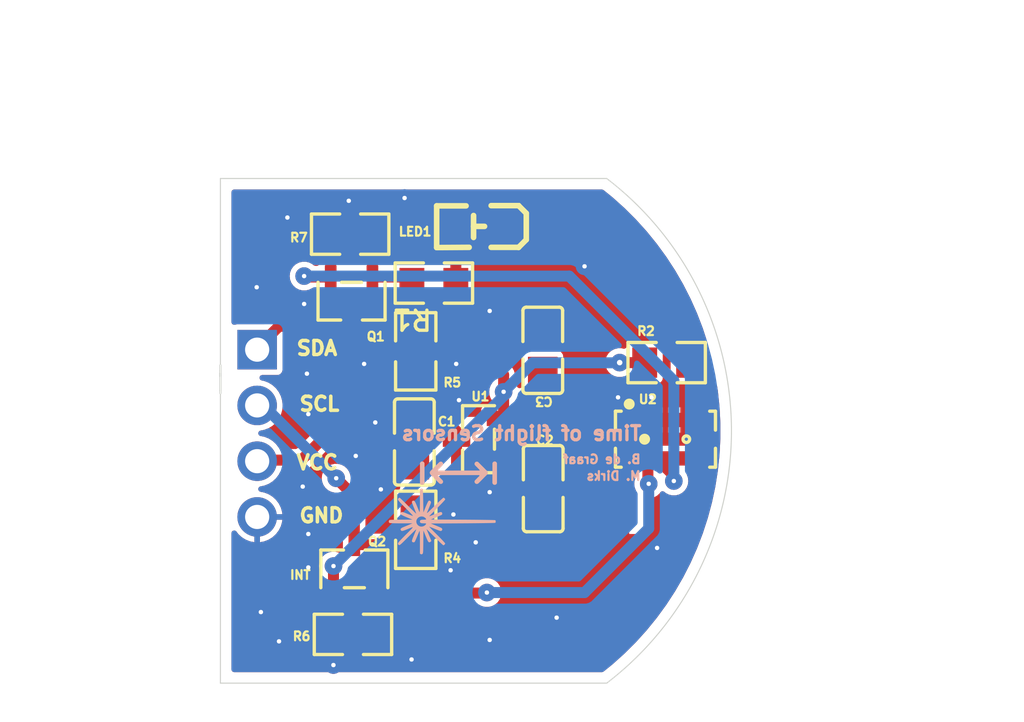
<source format=kicad_pcb>
(kicad_pcb (version 20240108) (generator "pcbnew") (generator_version "8.0")
  (layers (0 "F.Cu" signal "TopLayer") (31 "B.Cu" signal "BottomLayer") (34 "B.Paste" user "BottomPasteMaskLayer") (35 "F.Paste" user "TopPasteMaskLayer") (36 "B.SilkS" user "BottomSilkLayer") (37 "F.SilkS" user "TopSilkLayer") (38 "B.Mask" user "BottomSolderMaskLayer") (39 "F.Mask" user "TopSolderMaskLayer") (44 "Edge.Cuts" user "BoardOutLine"))
  (net 0 "")
  (net 1 "GND")
  (net 2 "SDA")
  (net 3 "SCL")
  (net 4 "VCC")
  (net 5 "SDA_OUT")
  (net 6 "SCL_OUT")
  (net 7 "+2.8V")
  (net 8 "U2_7")
  (net 9 "LED1_2")
  (net 10 "U2_5")
  (footprint "Time Of Fly sensor_8effac6b735949c9915e0ee4a2c35679:C0805" (layer "F.Cu") (at 119.1 107.31 90)
    (property "Reference" "C2")
    (property "Value" "1uF" (hide yes))
  )
  (footprint "Time Of Fly sensor_8effac6b735949c9915e0ee4a2c35679:R0805" (layer "F.Cu") (at 113.298 101.058 -90)
    (property "Reference" "R5")
    (property "Value" "10kΩ" (hide yes))
  )
  (footprint "Time Of Fly sensor_8effac6b735949c9915e0ee4a2c35679:R0805" (layer "F.Cu") (at 110.3135 95.7189)
    (property "Reference" "R7")
    (property "Value" "1.8kΩ" (hide yes))
  )
  (footprint "Time Of Fly sensor_8effac6b735949c9915e0ee4a2c35679:R0805" (layer "F.Cu") (at 124.72 101.57)
    (property "Reference" "R2")
    (property "Value" "10kΩ" (hide yes))
  )
  (footprint "Time Of Fly sensor_8effac6b735949c9915e0ee4a2c35679:C0805" (layer "F.Cu") (at 119.08 101.01 90)
    (property "Reference" "C3")
    (property "Value" "100nF" (hide yes))
  )
  (footprint "Time Of Fly sensor_8effac6b735949c9915e0ee4a2c35679:SOT-23-3_L3.0-W1.7-P0.95-LS2.9-BR" (layer "F.Cu") (at 110.377 98.772 90)
    (property "Reference" "Q1")
    (property "Value" "BSS138K" (hide yes))
  )
  (footprint "BUCKY_TOF:BUCKY_TOF_HEADER" (layer "F.Cu") (at 111.48 103.84 -90)
    (property "Reference" "H1" (hide yes))
    (property "Value" "2.54-1*4P反弯排针" (hide yes))
  )
  (footprint "Time Of Fly sensor_8effac6b735949c9915e0ee4a2c35679:SOT-23-3_L2.9-W1.3-P1.90-LS2.4-BR" (layer "F.Cu") (at 116.1555 105.0585)
    (property "Reference" "U1")
    (property "Value" "SSP6206-28NR" (hide yes))
  )
  (footprint "Time Of Fly sensor_8effac6b735949c9915e0ee4a2c35679:R0805" (layer "F.Cu") (at 114.1235 97.9465 180)
    (property "Reference" "R1")
    (property "Value" "220Ω" (hide yes))
  )
  (footprint "Time Of Fly sensor_8effac6b735949c9915e0ee4a2c35679:LED0805-RD_RED" (layer "F.Cu") (at 116.23 95.37 180)
    (property "Reference" "LED1")
    (property "Value" "FC-2012HRK-620D" (hide yes))
  )
  (footprint "Time Of Fly sensor_8effac6b735949c9915e0ee4a2c35679:C0805" (layer "F.Cu") (at 113.2345 105.1855 90)
    (property "Reference" "C1")
    (property "Value" "1uF" (hide yes))
  )
  (footprint "Time Of Fly sensor_8effac6b735949c9915e0ee4a2c35679:SOT-23-3_L3.0-W1.7-P0.95-LS2.9-BR" (layer "F.Cu") (at 110.504 110.964 -90)
    (property "Reference" "Q2")
    (property "Value" "BSS138K" (hide yes))
  )
  (footprint "Time Of Fly sensor_8effac6b735949c9915e0ee4a2c35679:OPTO-SMD_12P_VL53L0CXV0DH-1" (layer "F.Cu") (at 124.6645 105.0585 180)
    (property "Reference" "U2")
    (property "Value" "VL53L0CXV0DH/1" (hide yes))
  )
  (footprint "Time Of Fly sensor_8effac6b735949c9915e0ee4a2c35679:R0805" (layer "F.Cu") (at 110.4405 113.9485 180)
    (property "Reference" "R6")
    (property "Value" "1.8kΩ" (hide yes))
  )
  (footprint "Time Of Fly sensor_8effac6b735949c9915e0ee4a2c35679:R0805" (layer "F.Cu") (at 113.298 109.186 90)
    (property "Reference" "R4")
    (property "Value" "10kΩ" (hide yes))
  )
  (gr_poly (pts (xy 113.574577 107.309101) (xy 113.58381 107.31191) (xy 113.588667 107.314037) (xy 113.593773 107.316645) (xy 113.599195 107.319733) (xy 113.605 107.3233) (xy 113.608774 107.32671) (xy 113.612201 107.332232) (xy 113.615308 107.340286) (xy 113.61812 107.351291) (xy 113.620663 107.365668) (xy 113.622963 107.383836) (xy 113.625045 107.406215) (xy 113.626937 107.433225) (xy 113.628663 107.465286) (xy 113.63025 107.502818) (xy 113.631724 107.54624) (xy 113.63311 107.595972) (xy 113.634435 107.652435) (xy 113.635724 107.716047) (xy 113.637004 107.787229) (xy 113.6383 107.8664) (xy 113.6467 108.3937) (xy 113.7522 108.1349) (xy 113.763089 108.108494) (xy 113.773926 108.08273) (xy 113.784644 108.057745) (xy 113.795176 108.033677) (xy 113.805455 108.010665) (xy 113.815416 107.988846) (xy 113.82499 107.968357) (xy 113.834112 107.949338) (xy 113.842715 107.931925) (xy 113.850732 107.916257) (xy 113.858096 107.902471) (xy 113.864742 107.890705) (xy 113.870601 107.881097) (xy 113.875609 107.873785) (xy 113.879697 107.868907) (xy 113.8828 107.8666) (xy 113.891153 107.863599) (xy 113.899059 107.861199) (xy 113.906548 107.85941) (xy 113.91365 107.858243) (xy 113.920395 107.857705) (xy 113.926815 107.857806) (xy 113.93294 107.858556) (xy 113.9388 107.859963) (xy 113.944425 107.862037) (xy 113.949846 107.864787) (xy 113.955094 107.868222) (xy 113.9602 107.872352) (xy 113.965192 107.877186) (xy 113.970103 107.882732) (xy 113.974962 107.889001) (xy 113.9798 107.896) (xy 113.984542 107.903273) (xy 113.988473 107.910124) (xy 113.991333 107.917333) (xy 113.992864 107.92568) (xy 113.992805 107.935947) (xy 113.9909 107.948912) (xy 113.986889 107.965358) (xy 113.980512 107.986063) (xy 113.971512 108.011808) (xy 113.959629 108.043375) (xy 113.944604 108.081541) (xy 113.926179 108.12709) (xy 113.904095 108.180799) (xy 113.878093 108.243451) (xy 113.847914 108.315824) (xy 113.8133 108.3987) (xy 113.809906 108.407891) (xy 113.808634 108.414385) (xy 113.813492 108.418374) (xy 113.820139 108.415412) (xy 113.829944 108.408841) (xy 113.843166 108.398434) (xy 113.860062 108.383963) (xy 113.880892 108.365199) (xy 113.905916 108.341914) (xy 113.935391 108.313881) (xy 113.969576 108.280871) (xy 114.008731 108.242656) (xy 114.053114 108.199008) (xy 114.102984 108.149699) (xy 114.1586 108.0945) (xy 114.196746 108.056717) (xy 114.234099 108.019993) (xy 114.270454 107.984519) (xy 114.305604 107.950485) (xy 114.339345 107.918081) (xy 114.371472 107.887497) (xy 114.40178 107.858923) (xy 114.430062 107.83255) (xy 114.456114 107.808568) (xy 114.479731 107.787167) (xy 114.500708 107.768536) (xy 114.518839 107.752866) (xy 114.533918 107.740348) (xy 114.545742 107.73117) (xy 114.554104 107.725525) (xy 114.5588 107.7236) (xy 114.565526 107.724112) (xy 114.572379 107.725595) (xy 114.579282 107.72797) (xy 114.586156 107.731158) (xy 114.592925 107.735081) (xy 114.59951 107.739658) (xy 114.605836 107.744812) (xy 114.611825 107.750463) (xy 114.617398 107.756532) (xy 114.622479 107.762941) (xy 114.626991 107.769611) (xy 114.630856 107.776461) (xy 114.633996 107.783415) (xy 114.636335 107.790392) (xy 114.637796 107.797313) (xy 114.6383 107.8041) (xy 114.636401 107.808868) (xy 114.630829 107.817224) (xy 114.621773 107.828966) (xy 114.60942 107.843893) (xy 114.593957 107.861803) (xy 114.575572 107.882494) (xy 114.554453 107.905764) (xy 114.530787 107.931413) (xy 114.504762 107.959238) (xy 114.476566 107.989037) (xy 114.446386 108.020609) (xy 114.41441 108.053752) (xy 114.380826 108.088264) (xy 114.345821 108.123944) (xy 114.309583 108.16059) (xy 114.2723 108.198) (xy 114.235042 108.235293) (xy 114.198883 108.271594) (xy 114.164005 108.306712) (xy 114.130595 108.340458) (xy 114.098838 108.372642) (xy 114.068919 108.403072) (xy 114.041023 108.431559) (xy 114.015337 108.457913) (xy 113.992045 108.481943) (xy 113.971332 108.503459) (xy 113.953384 108.52227) (xy 113.938385 108.538186) (xy 113.926523 108.551018) (xy 113.917981 108.560575) (xy 113.912944 108.566665) (xy 113.9116 108.5691) (xy 113.917554 108.568111) (xy 113.923993 108.566131) (xy 113.932573 108.563227) (xy 113.943168 108.559447) (xy 113.955652 108.554839) (xy 113.9699 108.549454) (xy 113.985787 108.543338) (xy 114.003187 108.536542) (xy 114.021974 108.529113) (xy 114.042022 108.521101) (xy 114.063207 108.512555) (xy 114.085403 108.503523) (xy 114.108484 108.494054) (xy 114.132325 108.484197) (xy 114.1568 108.474) (xy 114.200795 108.455697) (xy 114.240378 108.439481) (xy 114.275823 108.425282) (xy 114.307404 108.413035) (xy 114.335397 108.402671) (xy 114.360075 108.394122) (xy 114.381713 108.387321) (xy 114.400587 108.3822) (xy 114.41697 108.378692) (xy 114.431138 108.376729) (xy 114.443365 108.376243) (xy 114.453926 108.377166) (xy 114.463095 108.379431) (xy 114.471147 108.38297) (xy 114.478357 108.387716) (xy 114.485 108.3936) (xy 114.489582 108.398915) (xy 114.493541 108.404956) (xy 114.49688 108.411611) (xy 114.499598 108.418766) (xy 114.501697 108.426306) (xy 114.503177 108.434118) (xy 114.50404 108.442087) (xy 114.504287 108.4501) (xy 114.503919 108.458043) (xy 114.502936 108.465802) (xy 114.50134 108.473262) (xy 114.499132 108.48031) (xy 114.496313 108.486832) (xy 114.492884 108.492713) (xy 114.488846 108.497841) (xy 114.4842 108.5021) (xy 114.475137 108.507324) (xy 114.467243 108.511291) (xy 114.457284 108.516083) (xy 114.445392 108.521643) (xy 114.431701 108.52791) (xy 114.416342 108.534828) (xy 114.39945 108.542338) (xy 114.381155 108.550381) (xy 114.361592 108.558898) (xy 114.340893 108.567832) (xy 114.31919 108.577124) (xy 114.296617 108.586715) (xy 114.273305 108.596547) (xy 114.249389 108.606562) (xy 114.225 108.6167) (xy 113.9867 108.7153) (xy 115.4417 108.7236) (xy 115.590016 108.724522) (xy 115.734386 108.725555) (xy 115.874053 108.726687) (xy 116.00826 108.727908) (xy 116.136252 108.729208) (xy 116.25727 108.730574) (xy 116.370559 108.731996) (xy 116.475362 108.733463) (xy 116.570922 108.734964) (xy 116.656484 108.736488) (xy 116.731289 108.738024) (xy 116.794582 108.739561) (xy 116.845607 108.741089) (xy 116.883605 108.742595) (xy 116.907822 108.744069) (xy 116.9175 108.7455) (xy 116.921695 108.749185) (xy 116.925601 108.754519) (xy 116.929134 108.76125) (xy 116.932212 108.769125) (xy 116.93475 108.777891) (xy 116.936667 108.787294) (xy 116.937877 108.797082) (xy 116.9383 108.807) (xy 116.937877 108.816919) (xy 116.936667 108.826707) (xy 116.93475 108.83611) (xy 116.932212 108.844875) (xy 116.929134 108.85275) (xy 116.925601 108.859482) (xy 116.921695 108.864816) (xy 116.9175 108.8685) (xy 116.907815 108.869914) (xy 116.883578 108.871373) (xy 116.845547 108.872866) (xy 116.794478 108.874382) (xy 116.731129 108.875909) (xy 116.656257 108.877437) (xy 116.57062 108.878955) (xy 116.474975 108.88045) (xy 116.370078 108.881913) (xy 116.256689 108.883333) (xy 116.135563 108.884696) (xy 116.007459 108.885994) (xy 115.873133 108.887215) (xy 115.733343 108.888347) (xy 115.588846 108.889379) (xy 115.4404 108.8903) (xy 113.9841 108.8986) (xy 114.207 108.9886) (xy 114.229919 108.99787) (xy 114.252576 109.007114) (xy 114.274838 109.016275) (xy 114.29657 109.025294) (xy 114.317639 109.034115) (xy 114.337913 109.042678) (xy 114.357256 109.050926) (xy 114.375537 109.0588) (xy 114.392621 109.066244) (xy 114.408375 109.073198) (xy 114.422666 109.079605) (xy 114.43536 109.085407) (xy 114.446324 109.090545) (xy 114.455424 109.094962) (xy 114.462527 109.0986) (xy 114.4675 109.1014) (xy 114.478789 109.109618) (xy 114.487985 109.118968) (xy 114.495148 109.129221) (xy 114.500339 109.140147) (xy 114.503617 109.151518) (xy 114.505045 109.163103) (xy 114.504681 109.174674) (xy 114.502587 109.186) (xy 114.498823 109.196854) (xy 114.49345 109.207004) (xy 114.486527 109.216222) (xy 114.478117 109.224279) (xy 114.468278 109.230944) (xy 114.457072 109.235989) (xy 114.444559 109.239184) (xy 114.4308 109.2403) (xy 114.419038 109.23825) (xy 114.409835 109.235765) (xy 114.398604 109.232375) (xy 114.385486 109.228133) (xy 114.370621 109.223088) (xy 114.354149 109.217293) (xy 114.336212 109.2108) (xy 114.316949 109.203661) (xy 114.296502 109.195925) (xy 114.27501 109.187647) (xy 114.252614 109.178875) (xy 114.229454 109.169664) (xy 114.205672 109.160063) (xy 114.181407 109.150125) (xy 114.1568 109.1399) (xy 114.132324 109.129705) (xy 114.10848 109.119851) (xy 114.085393 109.110388) (xy 114.06319 109.101363) (xy 114.041996 109.092826) (xy 114.021937 109.084825) (xy 114.003138 109.077408) (xy 113.985725 109.070625) (xy 113.969823 109.064525) (xy 113.955559 109.059154) (xy 113.943058 109.054563) (xy 113.932446 109.0508) (xy 113.923849 109.047914) (xy 113.917391 109.045953) (xy 113.9114 109.045) (xy 113.917809 109.053523) (xy 113.92636 109.063048) (xy 113.938229 109.07583) (xy 113.953231 109.09168) (xy 113.971181 109.110407) (xy 113.991895 109.131823) (xy 114.015187 109.155738) (xy 114.040874 109.181963) (xy 114.06877 109.210308) (xy 114.09869 109.240584) (xy 114.130451 109.272602) (xy 114.163867 109.306172) (xy 114.198754 109.341105) (xy 114.234926 109.377211) (xy 114.2722 109.4143) (xy 114.309501 109.45151) (xy 114.345754 109.487968) (xy 114.380773 109.523472) (xy 114.414368 109.557821) (xy 114.446354 109.590813) (xy 114.476542 109.622248) (xy 114.504744 109.651923) (xy 114.530775 109.679638) (xy 114.554444 109.705191) (xy 114.575567 109.72838) (xy 114.593954 109.749004) (xy 114.609418 109.766861) (xy 114.621773 109.781751) (xy 114.630829 109.793472) (xy 114.636401 109.801822) (xy 114.6383 109.8066) (xy 114.637723 109.813012) (xy 114.63606 109.819729) (xy 114.633411 109.826653) (xy 114.629875 109.833685) (xy 114.62555 109.840725) (xy 114.620539 109.847674) (xy 114.614938 109.854432) (xy 114.60885 109.8609) (xy 114.602372 109.86698) (xy 114.595604 109.872571) (xy 114.588647 109.877575) (xy 114.5816 109.881891) (xy 114.574561 109.885421) (xy 114.567632 109.888066) (xy 114.560912 109.889725) (xy 114.5545 109.8903) (xy 114.542334 109.882731) (xy 114.530947 109.873554) (xy 114.516293 109.861036) (xy 114.498577 109.845368) (xy 114.478 109.82674) (xy 114.454765 109.805341) (xy 114.429075 109.781363) (xy 114.401132 109.754995) (xy 114.37114 109.726428) (xy 114.339301 109.695853) (xy 114.305818 109.663458) (xy 114.270894 109.629436) (xy 114.234731 109.593975) (xy 114.197532 109.557266) (xy 114.1595 109.5195) (xy 113.7873 109.1486) (xy 113.8989 109.4204) (xy 114.0105 109.6922) (xy 113.976 109.7268) (xy 113.97148 109.731124) (xy 113.96699 109.73506) (xy 113.962519 109.738611) (xy 113.958056 109.74178) (xy 113.95359 109.744572) (xy 113.949112 109.746989) (xy 113.940075 109.750713) (xy 113.930859 109.752979) (xy 113.921381 109.753815) (xy 113.911556 109.753246) (xy 113.906487 109.752444) (xy 113.9013 109.7513) (xy 113.895079 109.749259) (xy 113.888982 109.746184) (xy 113.882895 109.741869) (xy 113.876707 109.73611) (xy 113.870307 109.728699) (xy 113.863582 109.719431) (xy 113.856421 109.7081) (xy 113.848712 109.6945) (xy 113.840343 109.678426) (xy 113.831203 109.65967) (xy 113.821179 109.638027) (xy 113.81016 109.613291) (xy 113.798035 109.585257) (xy 113.784691 109.553717) (xy 113.770016 109.518467) (xy 113.7539 109.4793) (xy 113.6467 109.2174) (xy 113.6423 109.7348) (xy 113.641532 109.82178) (xy 113.640774 109.898525) (xy 113.639978 109.965723) (xy 113.639096 110.024057) (xy 113.638082 110.074214) (xy 113.636889 110.116879) (xy 113.635469 110.152737) (xy 113.633775 110.182475) (xy 113.631759 110.206778) (xy 113.629376 110.226332) (xy 113.626577 110.241821) (xy 113.623315 110.253932) (xy 113.619544 110.26335) (xy 113.615216 110.27076) (xy 113.610283 110.276848) (xy 113.6047 110.2823) (xy 113.599722 110.286667) (xy 113.59503 110.290509) (xy 113.59057 110.293833) (xy 113.586292 110.296647) (xy 113.578067 110.300775) (xy 113.569937 110.30295) (xy 113.561484 110.303232) (xy 113.552289 110.301679) (xy 113.547282 110.300232) (xy 113.541933 110.298349) (xy 113.53619 110.296036) (xy 113.53 110.2933) (xy 113.4883 110.2744) (xy 113.4883 109.7457) (xy 113.488227 109.690964) (xy 113.488013 109.63814) (xy 113.487665 109.587466) (xy 113.48719 109.53918) (xy 113.486594 109.493521) (xy 113.485884 109.450727) (xy 113.485067 109.411037) (xy 113.48415 109.374688) (xy 113.483138 109.341919) (xy 113.48204 109.312969) (xy 113.480861 109.288076) (xy 113.479609 109.267477) (xy 113.47829 109.251412) (xy 113.476911 109.240119) (xy 113.475478 109.233835) (xy 113.474 109.2328) (xy 113.469162 109.24074) (xy 113.465423 109.248026) (xy 113.460878 109.257352) (xy 113.455584 109.268592) (xy 113.449598 109.281617) (xy 113.442976 109.2963) (xy 113.435775 109.312513) (xy 113.428051 109.330129) (xy 113.419861 109.34902) (xy 113.411261 109.369059) (xy 113.402309 109.390118) (xy 113.39306 109.412069) (xy 113.383571 109.434785) (xy 113.373899 109.458138) (xy 113.3641 109.482) (xy 113.354269 109.505872) (xy 113.344541 109.529287) (xy 113.334972 109.552116) (xy 113.325621 109.574227) (xy 113.316546 109.59549) (xy 113.307804 109.615775) (xy 113.299452 109.634951) (xy 113.29155 109.652888) (xy 113.284153 109.669455) (xy 113.27732 109.684521) (xy 113.271109 109.697956) (xy 113.265578 109.70963) (xy 113.260783 109.719412) (xy 113.256783 109.727171) (xy 113.253636 109.732778) (xy 113.2514 109.7361) (xy 113.246862 109.740764) (xy 113.241497 109.744818) (xy 113.235417 109.748261) (xy 113.228732 109.751091) (xy 113.221553 109.753309) (xy 113.213991 109.754913) (xy 113.206157 109.755902) (xy 113.198162 109.756275) (xy 113.190116 109.756033) (xy 113.182131 109.755173) (xy 113.174317 109.753695) (xy 113.166785 109.751597) (xy 113.159647 109.74888) (xy 113.153013 109.745542) (xy 113.146993 109.741583) (xy 113.1417 109.737) (xy 113.135967 109.730667) (xy 113.131307 109.723947) (xy 113.127796 109.716534) (xy 113.125512 109.708118) (xy 113.124531 109.698391) (xy 113.12493 109.687045) (xy 113.126786 109.673772) (xy 113.130175 109.658263) (xy 113.135174 109.64021) (xy 113.14186 109.619304) (xy 113.150309 109.595238) (xy 113.1606 109.567702) (xy 113.172807 109.536389) (xy 113.187008 109.50099) (xy 113.20328 109.461196) (xy 113.2217 109.4167) (xy 113.231886 109.392126) (xy 113.241787 109.368101) (xy 113.251352 109.344756) (xy 113.260528 109.322222) (xy 113.269264 109.300629) (xy 113.27751 109.280108) (xy 113.285214 109.260788) (xy 113.292325 109.2428) (xy 113.298791 109.226275) (xy 113.304561 109.211343) (xy 113.309584 109.198134) (xy 113.313809 109.186779) (xy 113.317184 109.177407) (xy 113.319658 109.17015) (xy 113.321181 109.165138) (xy 113.3217 109.1625) (xy 113.314062 109.16742) (xy 113.304803 109.175375) (xy 113.292173 109.186747) (xy 113.276364 109.201353) (xy 113.257569 109.219007) (xy 113.235979 109.239526) (xy 113.211787 109.262725) (xy 113.185184 109.288421) (xy 113.156363 109.316428) (xy 113.125515 109.346563) (xy 113.092832 109.378641) (xy 113.058508 109.412478) (xy 113.022733 109.44789) (xy 112.985699 109.484692) (xy 112.9476 109.5227) (xy 112.883963 109.586262) (xy 112.827877 109.642141) (xy 112.778799 109.690802) (xy 112.736184 109.732707) (xy 112.699488 109.768319) (xy 112.668167 109.7981) (xy 112.641677 109.822515) (xy 112.619475 109.842025) (xy 112.601015 109.857094) (xy 112.585754 109.868185) (xy 112.573148 109.87576) (xy 112.562653 109.880282) (xy 112.553724 109.882214) (xy 112.545819 109.882019) (xy 112.538392 109.88016) (xy 112.5309 109.8771) (xy 112.525362 109.874424) (xy 112.520255 109.871633) (xy 112.515568 109.868711) (xy 112.511292 109.865644) (xy 112.507415 109.862415) (xy 112.500823 109.855409) (xy 112.495711 109.847567) (xy 112.491996 109.838761) (xy 112.4896 109.828865) (xy 112.488871 109.823468) (xy 112.488441 109.817752) (xy 112.4883 109.8117) (xy 112.489108 109.804143) (xy 112.491694 109.795462) (xy 112.496302 109.785383) (xy 112.503175 109.77363) (xy 112.512555 109.759929) (xy 112.524686 109.744005) (xy 112.539812 109.725583) (xy 112.558175 109.704388) (xy 112.580018 109.680145) (xy 112.605585 109.652578) (xy 112.635118 109.621414) (xy 112.668862 109.586377) (xy 112.707059 109.547192) (xy 112.749952 109.503584) (xy 112.797784 109.455279) (xy 112.8508 109.402) (xy 112.922351 109.330408) (xy 112.984346 109.268488) (xy 113.036844 109.215802) (xy 113.079904 109.171913) (xy 113.113586 109.136381) (xy 113.13795 109.108769) (xy 113.153056 109.088638) (xy 113.158962 109.07555) (xy 113.155729 109.069067) (xy 113.143416 109.06875) (xy 113.122082 109.074162) (xy 113.091789 109.084863) (xy 113.052594 109.100416) (xy 113.004558 109.120382) (xy 112.94774 109.144323) (xy 112.8822 109.1718) (xy 112.849023 109.185451) (xy 112.81887 109.197466) (xy 112.791576 109.207868) (xy 112.766973 109.216679) (xy 112.744896 109.22392) (xy 112.725179 109.229615) (xy 112.707657 109.233784) (xy 112.692162 109.23645) (xy 112.678529 109.237635) (xy 112.666593 109.237361) (xy 112.656187 109.235649) (xy 112.647145 109.232522) (xy 112.639301 109.228002) (xy 112.63249 109.22211) (xy 112.626544 109.214869) (xy 112.6213 109.2063) (xy 112.61596 109.195275) (xy 112.612092 109.184805) (xy 112.609749 109.174824) (xy 112.608987 109.165268) (xy 112.609861 109.156069) (xy 112.612426 109.147162) (xy 112.616737 109.138482) (xy 112.62285 109.129963) (xy 112.630818 109.121539) (xy 112.640698 109.113143) (xy 112.652544 109.104711) (xy 112.666412 109.096177) (xy 112.682356 109.087475) (xy 112.700432 109.078538) (xy 112.720695 109.069302) (xy 112.7432 109.0597) (xy 112.756177 109.054319) (xy 112.770232 109.048487) (xy 112.78523 109.04226) (xy 112.801037 109.035694) (xy 112.817519 109.028845) (xy 112.834542 109.021767) (xy 112.851972 109.014517) (xy 112.869675 109.00715) (xy 112.887515 108.999723) (xy 112.90536 108.99229) (xy 112.923074 108.984908) (xy 112.940525 108.977632) (xy 112.957576 108.970517) (xy 112.974096 108.96362) (xy 112.989948 108.956996) (xy 113.005 108.9507) (xy 113.1467 108.8915) (xy 112.6414 108.8909) (xy 112.583624 108.890752) (xy 112.528603 108.89046) (xy 112.476436 108.890026) (xy 112.427225 108.889455) (xy 112.381069 108.88875) (xy 112.338071 108.887914) (xy 112.298331 108.886951) (xy 112.26195 108.885863) (xy 112.229027 108.884655) (xy 112.199665 108.883329) (xy 112.173964 108.88189) (xy 112.152025 108.88034) (xy 112.133948 108.878682) (xy 112.119834 108.876921) (xy 112.109784 108.875059) (xy 112.1039 108.8731) (xy 112.096601 108.868353) (xy 112.090178 108.862477) (xy 112.084658 108.855535) (xy 112.080075 108.847588) (xy 112.076456 108.838699) (xy 112.073834 108.82893) (xy 112.072906 108.823735) (xy 112.072238 108.818343) (xy 112.071835 108.812762) (xy 112.0717 108.807) (xy 112.071715 108.806358) (xy 113.324295 108.806358) (xy 113.326701 108.842024) (xy 113.335444 108.877776) (xy 113.350939 108.913054) (xy 113.3736 108.9473) (xy 113.387503 108.96361) (xy 113.402315 108.978367) (xy 113.417965 108.991556) (xy 113.434384 109.00316) (xy 113.4515 109.013165) (xy 113.469242 109.021554) (xy 113.487541 109.028313) (xy 113.506325 109.033425) (xy 113.525523 109.036876) (xy 113.545066 109.03865) (xy 113.564883 109.038731) (xy 113.584903 109.037104) (xy 113.605055 109.033752) (xy 113.625269 109.028662) (xy 113.645474 109.021816) (xy 113.6656 109.0132) (xy 113.675575 109.008109) (xy 113.685461 109.002412) (xy 113.695183 108.996189) (xy 113.704664 108.989518) (xy 113.713826 108.982478) (xy 113.722593 108.975149) (xy 113.730889 108.967609) (xy 113.738637 108.959938) (xy 113.74576 108.952214) (xy 113.752183 108.944516) (xy 113.757827 108.936923) (xy 113.762617 108.929515) (xy 113.766476 108.922369) (xy 113.769327 108.915566) (xy 113.771094 108.909183) (xy 113.7717 108.9033) (xy 113.766753 108.899427) (xy 113.758428 108.897095) (xy 113.752926 108.896023) (xy 113.746606 108.895023) (xy 113.739525 108.8941) (xy 113.731737 108.893263) (xy 113.723301 108.892515) (xy 113.714272 108.891865) (xy 113.704706 108.891319) (xy 113.694659 108.890883) (xy 113.684189 108.890564) (xy 113.67335 108.890367) (xy 113.6622 108.8903) (xy 113.637966 108.890077) (xy 113.61591 108.889379) (xy 113.595946 108.888166) (xy 113.57799 108.886397) (xy 113.561957 108.884032) (xy 113.547762 108.88103) (xy 113.535321 108.877349) (xy 113.52455 108.87295) (xy 113.515362 108.867792) (xy 113.507674 108.861834) (xy 113.501401 108.855034) (xy 113.496459 108.847354) (xy 113.492762 108.838751) (xy 113.490226 108.829184) (xy 113.488767 108.818615) (xy 113.4883 108.807) (xy 113.488767 108.795385) (xy 113.490226 108.784812) (xy 113.492762 108.775241) (xy 113.496459 108.766632) (xy 113.501401 108.758943) (xy 113.507674 108.752136) (xy 113.515362 108.746168) (xy 113.52455 108.741) (xy 113.535321 108.736592) (xy 113.547762 108.732903) (xy 113.561957 108.729892) (xy 113.57799 108.727519) (xy 113.595946 108.725744) (xy 113.61591 108.724526) (xy 113.637966 108.723825) (xy 113.6622 108.7236) (xy 113.67335 108.723527) (xy 113.684189 108.72331) (xy 113.694659 108.722957) (xy 113.704706 108.722475) (xy 113.714272 108.721872) (xy 113.723301 108.721154) (xy 113.731737 108.720327) (xy 113.739525 108.7194) (xy 113.746606 108.71838) (xy 113.752926 108.717272) (xy 113.758428 108.716085) (xy 113.766753 108.7135) (xy 113.771131 108.710681) (xy 113.7717 108.7092) (xy 113.770852 108.702172) (xy 113.768397 108.694515) (xy 113.764466 108.686351) (xy 113.759192 108.677799) (xy 113.752705 108.668979) (xy 113.745137 108.660012) (xy 113.736621 108.651016) (xy 113.727287 108.642113) (xy 113.717268 108.633422) (xy 113.706695 108.625063) (xy 113.695699 108.617156) (xy 113.684414 108.609821) (xy 113.672969 108.603178) (xy 113.661497 108.597347) (xy 113.65013 108.592448) (xy 113.639 108.5886) (xy 113.597658 108.579622) (xy 113.557684 108.577439) (xy 113.519493 108.581493) (xy 113.483498 108.591224) (xy 113.450113 108.606073) (xy 113.419753 108.625481) (xy 113.392831 108.648889) (xy 113.369762 108.675738) (xy 113.35096 108.705468) (xy 113.336838 108.737521) (xy 113.327812 108.771338) (xy 113.324295 108.806358) (xy 112.071715 108.806358) (xy 112.071835 108.801237) (xy 112.072238 108.795654) (xy 112.072906 108.790257) (xy 112.073834 108.785057) (xy 112.075019 108.78006) (xy 112.078143 108.770711) (xy 112.082248 108.762276) (xy 112.087303 108.754821) (xy 112.093278 108.748412) (xy 112.100143 108.743113) (xy 112.1039 108.7409) (xy 112.109788 108.738924) (xy 112.119846 108.737047) (xy 112.133973 108.735272) (xy 112.152067 108.733604) (xy 112.174024 108.732044) (xy 112.199744 108.730596) (xy 112.229124 108.729264) (xy 112.262062 108.72805) (xy 112.298456 108.726959) (xy 112.338203 108.725992) (xy 112.381202 108.725154) (xy 112.427351 108.724447) (xy 112.476547 108.723875) (xy 112.528689 108.723442) (xy 112.583674 108.723149) (xy 112.6414 108.723) (xy 113.1467 108.7223) (xy 112.905 108.6223) (xy 112.855912 108.601831) (xy 112.812134 108.583203) (xy 112.773418 108.56624) (xy 112.739518 108.550761) (xy 112.710186 108.53659) (xy 112.685175 108.523548) (xy 112.664236 108.511457) (xy 112.647125 108.500138) (xy 112.633591 108.489413) (xy 112.62339 108.479104) (xy 112.616273 108.469033) (xy 112.611993 108.459021) (xy 112.610303 108.44889) (xy 112.610956 108.438462) (xy 112.613704 108.427558) (xy 112.6183 108.416) (xy 112.623475 108.406023) (xy 112.629325 108.39743) (xy 112.635959 108.390228) (xy 112.643487 108.384421) (xy 112.652018 108.380013) (xy 112.661661 108.37701) (xy 112.672527 108.375417) (xy 112.684725 108.375238) (xy 112.698363 108.376478) (xy 112.713553 108.379142) (xy 112.730404 108.383235) (xy 112.749025 108.388761) (xy 112.769525 108.395726) (xy 112.792014 108.404135) (xy 112.816603 108.413991) (xy 112.8434 108.4253) (xy 112.855926 108.430673) (xy 112.868693 108.436116) (xy 112.881611 108.441592) (xy 112.894589 108.447063) (xy 112.907533 108.452492) (xy 112.920355 108.457841) (xy 112.932961 108.463073) (xy 112.945262 108.46815) (xy 112.957165 108.473036) (xy 112.96858 108.477691) (xy 112.979415 108.482079) (xy 112.989579 108.486163) (xy 112.998981 108.489904) (xy 113.007529 108.493266) (xy 113.015132 108.496211) (xy 113.0217 108.4987) (xy 113.02799 108.501067) (xy 113.034782 108.50365) (xy 113.04201 108.506423) (xy 113.049612 108.509363) (xy 113.057523 108.512443) (xy 113.06568 108.515639) (xy 113.074018 108.518925) (xy 113.082475 108.522275) (xy 113.090985 108.525666) (xy 113.099485 108.529072) (xy 113.107911 108.532466) (xy 113.1162 108.535825) (xy 113.124287 108.539124) (xy 113.132108 108.542336) (xy 113.1396 108.545436) (xy 113.1467 108.5484) (xy 113.155909 108.551814) (xy 113.162462 108.55315) (xy 113.166714 108.548577) (xy 113.163966 108.542164) (xy 113.157674 108.532663) (xy 113.147613 108.519822) (xy 113.133562 108.503388) (xy 113.115298 108.483109) (xy 113.092599 108.458734) (xy 113.065242 108.430008) (xy 113.033004 108.39668) (xy 112.995664 108.358498) (xy 112.952998 108.315209) (xy 112.904784 108.266561) (xy 112.8508 108.2123) (xy 112.798411 108.159592) (xy 112.751043 108.111694) (xy 112.70847 108.068353) (xy 112.670465 108.029313) (xy 112.636802 107.994318) (xy 112.607255 107.963113) (xy 112.581596 107.935442) (xy 112.5596 107.91105) (xy 112.541039 107.889682) (xy 112.525688 107.871082) (xy 112.51332 107.854994) (xy 112.503709 107.841163) (xy 112.496628 107.829334) (xy 112.49185 107.81925) (xy 112.489149 107.810658) (xy 112.4883 107.8033) (xy 112.488858 107.795076) (xy 112.490473 107.786921) (xy 112.493052 107.778919) (xy 112.496503 107.771152) (xy 112.500732 107.763705) (xy 112.505649 107.75666) (xy 112.511161 107.750102) (xy 112.517175 107.744113) (xy 112.523599 107.738777) (xy 112.530341 107.734176) (xy 112.537308 107.730396) (xy 112.544409 107.727518) (xy 112.551551 107.725626) (xy 112.558641 107.724803) (xy 112.565588 107.725134) (xy 112.5723 107.7267) (xy 112.582927 107.735222) (xy 112.593499 107.744773) (xy 112.607315 107.757597) (xy 112.624179 107.773505) (xy 112.643895 107.792306) (xy 112.666267 107.813809) (xy 112.6911 107.837825) (xy 112.718196 107.864165) (xy 112.74736 107.892636) (xy 112.778396 107.92305) (xy 112.811109 107.955216) (xy 112.845301 107.988944) (xy 112.880778 108.024045) (xy 112.917343 108.060327) (xy 112.9548 108.0976) (xy 112.992176 108.134785) (xy 113.028503 108.170807) (xy 113.063595 108.205483) (xy 113.097262 108.238633) (xy 113.129317 108.270075) (xy 113.159571 108.299628) (xy 113.187836 108.327109) (xy 113.213925 108.352338) (xy 113.237648 108.375133) (xy 113.258819 108.395312) (xy 113.277249 108.412695) (xy 113.29275 108.427099) (xy 113.305133 108.438343) (xy 113.314211 108.446246) (xy 113.319796 108.450625) (xy 113.3217 108.4513) (xy 113.319658 108.443952) (xy 113.317184 108.436792) (xy 113.313809 108.427482) (xy 113.309584 108.416154) (xy 113.304561 108.40294) (xy 113.298791 108.38797) (xy 113.292325 108.371375) (xy 113.285214 108.353288) (xy 113.27751 108.33384) (xy 113.269264 108.31316) (xy 113.260528 108.291382) (xy 113.251352 108.268635) (xy 113.241787 108.245052) (xy 113.231886 108.220763) (xy 113.2217 108.1959) (xy 113.211513 108.17095) (xy 113.201612 108.146404) (xy 113.192047 108.122402) (xy 113.182871 108.099083) (xy 113.174135 108.076588) (xy 113.165889 108.055056) (xy 113.158185 108.034626) (xy 113.151075 108.015438) (xy 113.144608 107.997632) (xy 113.138838 107.981347) (xy 113.133815 107.966723) (xy 113.12959 107.953899) (xy 113.126215 107.943015) (xy 113.123741 107.934211) (xy 113.122218 107.927626) (xy 113.1217 107.9234) (xy 113.122168 107.915991) (xy 113.123538 107.908864) (xy 113.125758 107.902056) (xy 113.128776 107.895605) (xy 113.13254 107.88955) (xy 113.136998 107.883929) (xy 113.142097 107.878779) (xy 113.147787 107.874138) (xy 113.154014 107.870045) (xy 113.160728 107.866536) (xy 113.167875 107.863651) (xy 113.175404 107.861427) (xy 113.183263 107.859902) (xy 113.1914 107.859114) (xy 113.199763 107.859101) (xy 113.2083 107.8599) (xy 113.216293 107.861607) (xy 113.224058 107.864615) (xy 113.231738 107.869185) (xy 113.239476 107.875582) (xy 113.247416 107.884067) (xy 113.255702 107.894902) (xy 113.264478 107.908351) (xy 113.273887 107.924675) (xy 113.284073 107.944138) (xy 113.295179 107.967002) (xy 113.30735 107.993529) (xy 113.320729 108.023982) (xy 113.33546 108.058623) (xy 113.351686 108.097715) (xy 113.369551 108.14152) (xy 113.3892 108.1903) (xy 113.396424 108.208217) (xy 113.403593 108.225791) (xy 113.410663 108.242923) (xy 113.417592 108.259518) (xy 113.424334 108.275476) (xy 113.430847 108.290701) (xy 113.437088 108.305096) (xy 113.443012 108.318563) (xy 113.448576 108.331004) (xy 113.453738 108.342323) (xy 113.458452 108.352421) (xy 113.462676 108.361202) (xy 113.466366 108.368568) (xy 113.469479 108.374421) (xy 113.4738 108.3812) (xy 113.476806 108.37406) (xy 113.47822 108.362963) (xy 113.479567 108.347143) (xy 113.48084 108.326819) (xy 113.482035 108.302213) (xy 113.483144 108.273546) (xy 113.484162 108.241038) (xy 113.485083 108.20491) (xy 113.4859 108.165383) (xy 113.486608 108.122678) (xy 113.487201 108.077015) (xy 113.487673 108.028615) (xy 113.488017 107.977698) (xy 113.488228 107.924487) (xy 113.4883 107.8692) (xy 113.488323 107.780089) (xy 113.48842 107.701555) (xy 113.488632 107.632905) (xy 113.489001 107.573444) (xy 113.489567 107.52248) (xy 113.490372 107.479318) (xy 113.491457 107.443264) (xy 113.492862 107.413625) (xy 113.49463 107.389708) (xy 113.4968 107.370818) (xy 113.499416 107.356261) (xy 113.502517 107.345344) (xy 113.506144 107.337374) (xy 113.51034 107.331655) (xy 113.515145 107.327495) (xy 113.5206 107.3242) (xy 113.527688 107.32049) (xy 113.534222 107.317271) (xy 113.540268 107.314543) (xy 113.545895 107.312304) (xy 113.551168 107.310553) (xy 113.556155 107.309291) (xy 113.565537 107.308225)) (fill solid) (layer "B.SilkS"))
  (gr_poly (pts (xy 116.9175 106.0745) (xy 116.9256 106.0798) (xy 116.9358 106.0817) (xy 116.946 106.0838) (xy 116.9581 106.0935) (xy 116.97 106.1034) (xy 116.97 106.1073) (xy 116.97 106.1112) (xy 116.9736 106.1149) (xy 116.9774 106.1187) (xy 116.9863 106.1312) (xy 116.9953 106.1437) (xy 116.9953 106.606) (xy 116.9953 107.0682) (xy 116.9898 107.0743) (xy 116.984 107.0804) (xy 116.984 107.0833) (xy 116.984 107.0862) (xy 116.9785 107.0891) (xy 116.9729 107.0922) (xy 116.971 107.0993) (xy 116.9694 107.1063) (xy 116.9579 107.1163) (xy 116.9465 107.1261) (xy 116.9405 107.1262) (xy 116.9349 107.1262) (xy 116.9224 107.1319) (xy 116.9102 107.1375) (xy 116.8893 107.1375) (xy 116.8686 107.1375) (xy 116.858 107.1319) (xy 116.8475 107.1261) (xy 116.843 107.1261) (xy 116.8385 107.1261) (xy 116.8271 107.1178) (xy 116.8156 107.1094) (xy 116.8134 107.1029) (xy 116.8114 107.0964) (xy 116.8055 107.0879) (xy 116.7994 107.0795) (xy 116.7946 107.0737) (xy 116.7894 107.068) (xy 116.788 107.0623) (xy 116.7866 107.0565) (xy 116.7874 106.6002) (xy 116.7881 106.1438) (xy 116.8002 106.1279) (xy 116.8121 106.1118) (xy 116.8121 106.1077) (xy 116.8121 106.1035) (xy 116.8205 106.0965) (xy 116.8289 106.0894) (xy 116.8423 106.0846) (xy 116.8559 106.0798) (xy 116.8657 106.0759) (xy 116.8756 106.0722) (xy 116.8925 106.0708) (xy 116.9094 106.0694)) (fill solid) (layer "B.SilkS"))
  (gr_poly (pts (xy 113.6212 106.0759) (xy 113.6293 106.0803) (xy 113.6322 106.0803) (xy 113.6352 106.0803) (xy 113.648 106.0866) (xy 113.6608 106.0928) (xy 113.6671 106.1001) (xy 113.6735 106.1073) (xy 113.6736 106.1121) (xy 113.6736 106.1169) (xy 113.6759 106.1177) (xy 113.6781 106.1187) (xy 113.6878 106.131) (xy 113.6976 106.1435) (xy 113.6983 106.5886) (xy 113.6992 107.0337) (xy 113.6976 107.0484) (xy 113.6959 107.0631) (xy 113.6869 107.0767) (xy 113.6779 107.0902) (xy 113.673 107.0993) (xy 113.6681 107.1085) (xy 113.6576 107.1174) (xy 113.6469 107.1261) (xy 113.6413 107.1261) (xy 113.6355 107.1261) (xy 113.6273 107.1319) (xy 113.6187 107.1375) (xy 113.5942 107.1375) (xy 113.5695 107.1375) (xy 113.5603 107.1319) (xy 113.5512 107.1261) (xy 113.5457 107.1261) (xy 113.5402 107.1261) (xy 113.5309 107.1197) (xy 113.5217 107.1133) (xy 113.5155 107.1013) (xy 113.5094 107.0891) (xy 113.5071 107.0891) (xy 113.5045 107.0891) (xy 113.5045 107.0857) (xy 113.5045 107.0823) (xy 113.4969 107.076) (xy 113.4891 107.0698) (xy 113.4891 106.607) (xy 113.4891 106.1442) (xy 113.5025 106.1279) (xy 113.5158 106.1114) (xy 113.5158 106.1074) (xy 113.5158 106.1037) (xy 113.5251 106.0954) (xy 113.5346 106.0871) (xy 113.5428 106.0842) (xy 113.5512 106.0813) (xy 113.5611 106.0774) (xy 113.5707 106.0736) (xy 113.5919 106.0727) (xy 113.6131 106.0716)) (fill solid) (layer "B.SilkS"))
  (gr_poly (pts (xy 116.116 106.0861) (xy 116.1282 106.0917) (xy 116.1316 106.0917) (xy 116.1349 106.0917) (xy 116.1439 106.0998) (xy 116.1529 106.108) (xy 116.1529 106.1104) (xy 116.1529 106.1131) (xy 116.1619 106.1201) (xy 116.1711 106.1273) (xy 116.1816 106.138) (xy 116.192 106.149) (xy 116.1943 106.1518) (xy 116.1966 106.1544) (xy 116.2121 106.1692) (xy 116.2277 106.1841) (xy 116.2345 106.1932) (xy 116.2416 106.2025) (xy 116.244 106.2025) (xy 116.2465 106.2025) (xy 116.2545 106.2109) (xy 116.2628 106.2192) (xy 116.2628 106.2215) (xy 116.2628 106.2239) (xy 116.2719 106.231) (xy 116.2809 106.2381) (xy 116.291 106.2483) (xy 116.3009 106.2588) (xy 116.3084 106.2669) (xy 116.316 106.275) (xy 116.3261 106.2821) (xy 116.336 106.2892) (xy 116.3361 106.2921) (xy 116.3361 106.2948) (xy 116.3456 106.3042) (xy 116.355 106.3134) (xy 116.3567 106.3134) (xy 116.3584 106.3134) (xy 116.3654 106.3206) (xy 116.3727 106.3279) (xy 116.3727 106.3297) (xy 116.3727 106.3319) (xy 116.3822 106.341) (xy 116.3916 106.3504) (xy 116.3933 106.3504) (xy 116.395 106.3504) (xy 116.4021 106.3576) (xy 116.4093 106.3647) (xy 116.4093 106.3668) (xy 116.4093 106.3688) (xy 116.4188 106.378) (xy 116.4282 106.3872) (xy 116.4299 106.3872) (xy 116.4317 106.3872) (xy 116.4387 106.3945) (xy 116.4459 106.4017) (xy 116.4459 106.4031) (xy 116.4459 106.4047) (xy 116.4537 106.4144) (xy 116.4613 106.4242) (xy 116.4638 106.4242) (xy 116.4662 106.4242) (xy 116.4743 106.4325) (xy 116.4825 106.4409) (xy 116.4825 106.4433) (xy 116.4825 106.4455) (xy 116.4917 106.4527) (xy 116.501 106.4597) (xy 116.5195 106.4789) (xy 116.5378 106.4981) (xy 116.5396 106.4981) (xy 116.5416 106.4981) (xy 116.5486 106.5053) (xy 116.5559 106.5126) (xy 116.5559 106.5141) (xy 116.5559 106.5158) (xy 116.567 106.539) (xy 116.5782 106.5623) (xy 116.5809 106.5754) (xy 116.5838 106.5883) (xy 116.5799 106.6039) (xy 116.5759 106.6194) (xy 116.5644 106.6419) (xy 116.553 106.6641) (xy 116.5361 106.6806) (xy 116.5193 106.6972) (xy 116.5193 106.7014) (xy 116.5193 106.7058) (xy 116.5144 106.7077) (xy 116.5097 106.7094) (xy 116.5042 106.7139) (xy 116.4989 106.7182) (xy 116.4906 106.7261) (xy 116.4825 106.7337) (xy 116.4825 106.7364) (xy 116.4825 106.739) (xy 116.472 106.7468) (xy 116.4613 106.7548) (xy 116.4537 106.763) (xy 116.4459 106.7713) (xy 116.4459 106.7737) (xy 116.4459 106.7758) (xy 116.4354 106.7839) (xy 116.4249 106.792) (xy 116.4171 106.7996) (xy 116.4093 106.8071) (xy 116.4093 106.81) (xy 116.4093 106.813) (xy 116.3959 106.8229) (xy 116.3825 106.8329) (xy 116.3778 106.8389) (xy 116.3727 106.8448) (xy 116.3727 106.8473) (xy 116.3727 106.8498) (xy 116.3628 106.8575) (xy 116.353 106.8649) (xy 116.3447 106.874) (xy 116.3361 106.8832) (xy 116.3346 106.8882) (xy 116.3328 106.8932) (xy 116.3303 106.8932) (xy 116.3277 106.8932) (xy 116.3216 106.898) (xy 116.3155 106.9029) (xy 116.3082 106.9114) (xy 116.3009 106.9198) (xy 116.2951 106.9256) (xy 116.2892 106.9315) (xy 116.276 106.9434) (xy 116.2628 106.9554) (xy 116.2628 106.9581) (xy 116.2628 106.9607) (xy 116.2526 106.9688) (xy 116.2423 106.977) (xy 116.2342 106.9855) (xy 116.2263 106.994) (xy 116.2263 106.9977) (xy 116.2263 107.0013) (xy 116.2214 107.0032) (xy 116.2166 107.0051) (xy 116.2112 107.0094) (xy 116.206 107.0139) (xy 116.1978 107.0217) (xy 116.1895 107.0295) (xy 116.1895 107.0322) (xy 116.1895 107.0347) (xy 116.1753 107.0453) (xy 116.1612 107.0557) (xy 116.1537 107.0656) (xy 116.1462 107.0754) (xy 116.1357 107.0809) (xy 116.125 107.0863) (xy 116.1128 107.0902) (xy 116.1008 107.0943) (xy 116.0845 107.096) (xy 116.0678 107.0979) (xy 116.052 107.0933) (xy 116.036 107.0888) (xy 116.0233 107.0823) (xy 116.0106 107.0759) (xy 116.0076 107.0696) (xy 116.0044 107.0635) (xy 115.993 107.0512) (xy 115.9814 107.0387) (xy 115.9771 107.0172) (xy 115.9725 106.9956) (xy 115.9759 106.9735) (xy 115.9791 106.9514) (xy 115.9928 106.9381) (xy 116.0065 106.9248) (xy 116.0065 106.9219) (xy 116.0065 106.9188) (xy 116.0114 106.9128) (xy 116.0163 106.9069) (xy 116.0297 106.897) (xy 116.0431 106.8869) (xy 116.0431 106.8838) (xy 116.0431 106.8805) (xy 116.0562 106.8683) (xy 116.0694 106.8562) (xy 116.0717 106.8562) (xy 116.0738 106.8562) (xy 116.0826 106.8434) (xy 116.0912 106.8306) (xy 116.1009 106.8239) (xy 116.1105 106.8173) (xy 116.1171 106.8077) (xy 116.1235 106.798) (xy 116.1371 106.7877) (xy 116.1506 106.7774) (xy 116.1538 106.7707) (xy 116.157 106.7642) (xy 116.1721 106.7537) (xy 116.1871 106.7432) (xy 116.1911 106.7374) (xy 116.1951 106.7318) (xy 116.1934 106.713) (xy 116.1917 106.6942) (xy 116.1855 106.6942) (xy 116.1796 106.6942) (xy 115.2598 106.6941) (xy 114.34 106.6941) (xy 114.3308 106.6941) (xy 114.3217 106.6942) (xy 114.3217 106.7139) (xy 114.3217 106.7336) (xy 114.3349 106.7451) (xy 114.3485 106.7566) (xy 114.3517 106.7566) (xy 114.355 106.7566) (xy 114.363 106.769) (xy 114.371 106.7813) (xy 114.3816 106.788) (xy 114.3922 106.7948) (xy 114.3998 106.8062) (xy 114.4076 106.8178) (xy 114.4109 106.82) (xy 114.4144 106.8222) (xy 114.4185 106.8264) (xy 114.4228 106.8306) (xy 114.4256 106.8306) (xy 114.4283 106.8306) (xy 114.43 106.8356) (xy 114.4317 106.8405) (xy 114.4381 106.8476) (xy 114.4445 106.8548) (xy 114.4556 106.8626) (xy 114.4669 106.8703) (xy 114.4737 106.881) (xy 114.4809 106.8916) (xy 114.4878 106.898) (xy 114.4949 106.9042) (xy 114.4985 106.9044) (xy 114.5021 106.9044) (xy 114.5041 106.9094) (xy 114.5059 106.9144) (xy 114.5138 106.9258) (xy 114.5216 106.9372) (xy 114.5314 106.947) (xy 114.5413 106.9568) (xy 114.5416 106.9739) (xy 114.5419 106.9912) (xy 114.5415 107.0095) (xy 114.5408 107.0281) (xy 114.5337 107.0389) (xy 114.5264 107.0498) (xy 114.5213 107.0525) (xy 114.516 107.0552) (xy 114.516 107.0579) (xy 114.516 107.0607) (xy 114.5111 107.0668) (xy 114.5062 107.0729) (xy 114.4992 107.0797) (xy 114.4922 107.0863) (xy 114.4823 107.0879) (xy 114.4724 107.0894) (xy 114.4632 107.0934) (xy 114.4541 107.0976) (xy 114.4365 107.096) (xy 114.4189 107.0944) (xy 114.4089 107.0915) (xy 114.399 107.0887) (xy 114.3844 107.0816) (xy 114.3696 107.0746) (xy 114.3696 107.0724) (xy 114.3696 107.0702) (xy 114.3615 107.0613) (xy 114.3536 107.0523) (xy 114.3517 107.0523) (xy 114.3499 107.0523) (xy 114.3438 107.0473) (xy 114.3378 107.0423) (xy 114.3331 107.0369) (xy 114.3287 107.0316) (xy 114.32 107.0227) (xy 114.3113 107.0139) (xy 114.3017 107.0052) (xy 114.2921 106.9964) (xy 114.2834 106.9868) (xy 114.2746 106.977) (xy 114.2628 106.9662) (xy 114.2511 106.9556) (xy 114.2485 106.9485) (xy 114.2457 106.9414) (xy 114.2415 106.9414) (xy 114.2372 106.9414) (xy 114.2372 106.939) (xy 114.2372 106.9367) (xy 114.2302 106.9329) (xy 114.2231 106.9292) (xy 114.216 106.9185) (xy 114.2085 106.9078) (xy 114.1977 106.9002) (xy 114.1869 106.8925) (xy 114.1801 106.8828) (xy 114.1737 106.8729) (xy 114.1602 106.863) (xy 114.1466 106.8531) (xy 114.1411 106.8436) (xy 114.1355 106.834) (xy 114.1243 106.8265) (xy 114.1132 106.8192) (xy 114.1057 106.8078) (xy 114.0984 106.7965) (xy 114.089 106.7905) (xy 114.0794 106.7847) (xy 114.0705 106.7723) (xy 114.0617 106.7598) (xy 114.051 106.7523) (xy 114.0405 106.745) (xy 114.0329 106.7342) (xy 114.0256 106.7234) (xy 114.0133 106.7145) (xy 114.0009 106.7055) (xy 113.9951 106.6963) (xy 113.9896 106.6871) (xy 113.9782 106.6785) (xy 113.9666 106.6701) (xy 113.9543 106.6445) (xy 113.9416 106.6189) (xy 113.9369 106.6027) (xy 113.932 106.5864) (xy 113.937 106.5685) (xy 113.9424 106.5507) (xy 113.946 106.5436) (xy 113.9498 106.5365) (xy 113.959 106.5197) (xy 113.9681 106.503) (xy 113.9735 106.4998) (xy 113.979 106.4967) (xy 113.9858 106.4909) (xy 113.9925 106.4853) (xy 114.0009 106.4732) (xy 114.0091 106.4612) (xy 114.0122 106.4612) (xy 114.0153 106.4612) (xy 114.0594 106.4163) (xy 114.1035 106.3716) (xy 114.1115 106.361) (xy 114.1195 106.3504) (xy 114.1219 106.3504) (xy 114.1243 106.3504) (xy 114.1303 106.3454) (xy 114.1361 106.3404) (xy 114.146 106.3268) (xy 114.1559 106.3134) (xy 114.1583 106.3134) (xy 114.1611 106.3134) (xy 114.1669 106.3084) (xy 114.1728 106.3034) (xy 114.1828 106.29) (xy 114.1925 106.2764) (xy 114.1956 106.2764) (xy 114.1985 106.2764) (xy 114.2256 106.2486) (xy 114.2529 106.221) (xy 114.2593 106.2118) (xy 114.2657 106.2025) (xy 114.2688 106.2025) (xy 114.272 106.2025) (xy 114.3038 106.1699) (xy 114.3358 106.1373) (xy 114.3358 106.1346) (xy 114.3358 106.132) (xy 114.3412 106.1301) (xy 114.3469 106.1283) (xy 114.3644 106.1101) (xy 114.3822 106.0917) (xy 114.3864 106.0917) (xy 114.3908 106.0917) (xy 114.4056 106.0861) (xy 114.4202 106.0803) (xy 114.4387 106.0803) (xy 114.457 106.0803) (xy 114.4765 106.0858) (xy 114.4962 106.0914) (xy 114.4988 106.0929) (xy 114.5015 106.0945) (xy 114.5119 106.1104) (xy 114.5222 106.1262) (xy 114.5262 106.1277) (xy 114.53 106.1293) (xy 114.53 106.1334) (xy 114.53 106.1374) (xy 114.5341 106.1388) (xy 114.538 106.1404) (xy 114.5399 106.1508) (xy 114.5419 106.1613) (xy 114.5416 106.1878) (xy 114.5415 106.2142) (xy 114.5393 106.218) (xy 114.5372 106.2219) (xy 114.5273 106.2329) (xy 114.5174 106.2436) (xy 114.5116 106.255) (xy 114.5055 106.2664) (xy 114.4937 106.2746) (xy 114.482 106.2827) (xy 114.475 106.2933) (xy 114.4683 106.3038) (xy 114.4562 106.3115) (xy 114.4442 106.3192) (xy 114.4377 106.3297) (xy 114.4312 106.3405) (xy 114.4211 106.3474) (xy 114.4111 106.3543) (xy 114.4019 106.3668) (xy 114.3925 106.3791) (xy 114.381 106.3875) (xy 114.3696 106.3958) (xy 114.3696 106.3984) (xy 114.3696 106.4011) (xy 114.3621 106.41) (xy 114.3548 106.4187) (xy 114.3444 106.4242) (xy 114.334 106.4295) (xy 114.3272 106.4433) (xy 114.3203 106.4569) (xy 114.3112 106.466) (xy 114.3018 106.4751) (xy 114.3093 106.4808) (xy 114.3168 106.4868) (xy 114.327 106.4868) (xy 114.3372 106.4869) (xy 115.2662 106.4868) (xy 116.1951 106.4868) (xy 116.2051 106.4819) (xy 116.215 106.4772) (xy 116.215 106.4751) (xy 116.215 106.4729) (xy 116.2089 106.4687) (xy 116.2032 106.4644) (xy 116.1964 106.4544) (xy 116.1895 106.4445) (xy 116.1895 106.4415) (xy 116.1895 106.4387) (xy 116.1823 106.4315) (xy 116.1752 106.4242) (xy 116.1723 106.4242) (xy 116.1694 106.4242) (xy 116.1612 106.4159) (xy 116.1529 106.4077) (xy 116.1529 106.4052) (xy 116.1529 106.4025) (xy 116.145 106.3948) (xy 116.1372 106.3872) (xy 116.1346 106.3872) (xy 116.1323 106.3872) (xy 116.1243 106.3781) (xy 116.1163 106.3692) (xy 116.1163 106.366) (xy 116.1163 106.3627) (xy 116.1098 106.3564) (xy 116.1032 106.3504) (xy 116.1005 106.3504) (xy 116.0977 106.3504) (xy 116.0887 106.341) (xy 116.0796 106.3315) (xy 116.0796 106.3287) (xy 116.0796 106.3257) (xy 116.0732 106.3195) (xy 116.0666 106.3134) (xy 116.064 106.3134) (xy 116.0614 106.3134) (xy 116.0523 106.3047) (xy 116.0431 106.2961) (xy 116.0431 106.2935) (xy 116.0431 106.291) (xy 116.0358 106.2836) (xy 116.0288 106.2764) (xy 116.0256 106.2764) (xy 116.0224 106.2764) (xy 116.0145 106.2674) (xy 116.0065 106.2583) (xy 116.0065 106.2554) (xy 116.0065 106.2524) (xy 115.9936 106.2393) (xy 115.9808 106.2262) (xy 115.9769 106.2036) (xy 115.973 106.1808) (xy 115.9771 106.1611) (xy 115.9811 106.1415) (xy 115.9811 106.1392) (xy 115.9811 106.1369) (xy 115.9937 106.1246) (xy 116.0065 106.1121) (xy 116.0065 106.1095) (xy 116.0065 106.107) (xy 116.0141 106.0995) (xy 116.0219 106.092) (xy 116.043 106.0863) (xy 116.0642 106.0803) (xy 116.0838 106.0805) (xy 116.1035 106.0805)) (fill solid) (layer "B.SilkS"))
  (gr_arc (start 121.99 93.184) (mid 127.668649 104.677) (end 121.99 116.17) (stroke (width 0.05)) (layer "Edge.Cuts"))
  (gr_line (start 104.408 102.836) (end 104.408 102.963) (stroke (width 0.1)) (layer "Edge.Cuts"))
  (gr_line (start 104.408 102.201) (end 104.408 102.0509) (stroke (width 0.1)) (layer "Edge.Cuts"))
  (gr_line (start 104.408 101.693) (end 104.408 101.947) (stroke (width 0.1)) (layer "Edge.Cuts"))
  (gr_line (start 104.408 116.17) (end 121.99 116.17) (stroke (width 0.05)) (layer "Edge.Cuts"))
  (gr_line (start 104.408 101.947) (end 104.408 102.201) (stroke (width 0.1)) (layer "Edge.Cuts"))
  (gr_line (start 104.408 102.836) (end 104.408 102.0509) (stroke (width 0.1)) (layer "Edge.Cuts"))
  (gr_line (start 121.99 93.184) (end 104.408 93.184) (stroke (width 0.05)) (layer "Edge.Cuts"))
  (gr_line (start 104.408 93.184) (end 104.408 116.17) (stroke (width 0.05)) (layer "Edge.Cuts"))
  (gr_text "M. Dirks" (at 123.585 106.5 0) (layer "B.SilkS") (effects (font (size 0.4 0.4) (thickness 0.1)) (justify left top mirror)))
  (gr_text "Time of flight Sensors" (at 123.6485 104.4185 0) (layer "B.SilkS") (effects (font (size 0.64 0.64)) (justify left top mirror)))
  (gr_text "B. de Graaf" (at 123.585 105.738 0) (layer "B.SilkS") (effects (font (size 0.4 0.4) (thickness 0.1)) (justify left top mirror)))
  (gr_text "INT" (at 107.5195 111.0085 0) (layer "F.SilkS") (effects (font (size 0.4 0.4) (thickness 0.1)) (justify left top)))
  (segment (start 124.6645 104.1835) (end 125.4646 104.1835) (width 0.5) (layer "F.Cu") (net 1))
  (segment (start 123.8644 104.1835) (end 124.6645 104.1835) (width 0.5) (layer "F.Cu") (net 1))
  (via (at 119.7115 113.1865) (size 0.8) (drill 0.2) (layers "F.Cu" "B.Cu") (net 1))
  (via (at 110.5675 105.8205) (size 0.8) (drill 0.2) (layers "F.Cu" "B.Cu") (net 1))
  (via (at 106.059 98.137) (size 0.8) (drill 0.2) (layers "F.Cu" "B.Cu") (net 1))
  (via (at 115.0125 108.4875) (size 0.8) (drill 0.2) (layers "F.Cu" "B.Cu") (net 1))
  (via (at 107.456 94.962) (size 0.8) (drill 0.2) (layers "F.Cu" "B.Cu") (net 1))
  (via (at 108.4085 109.3765) (size 0.8) (drill 0.2) (layers "F.Cu" "B.Cu") (net 1))
  (via (at 116.6635 114.2025) (size 0.8) (drill 0.2) (layers "F.Cu" "B.Cu") (net 1))
  (via (at 110.25 94.2) (size 0.8) (drill 0.2) (layers "F.Cu" "B.Cu") (net 1))
  (via (at 108.1545 107.2175) (size 0.8) (drill 0.2) (layers "F.Cu" "B.Cu") (net 1))
  (via (at 109.5515 115.3455) (size 0.8) (drill 0.2) (layers "F.Cu" "B.Cu") (net 1))
  (via (at 106.2495 112.9325) (size 0.8) (drill 0.2) (layers "F.Cu" "B.Cu") (net 1))
  (via (at 107.075 114.266) (size 0.8) (drill 0.2) (layers "F.Cu" "B.Cu") (net 1))
  (via (at 115.2665 103.2805) (size 0.8) (drill 0.2) (layers "F.Cu" "B.Cu") (net 1))
  (via (at 108.345 102.074) (size 0.8) (drill 0.2) (layers "F.Cu" "B.Cu") (net 1))
  (via (at 108.4085 110.9005) (size 0.8) (drill 0.2) (layers "F.Cu" "B.Cu") (net 1))
  (via (at 116.0285 109.7575) (size 0.8) (drill 0.2) (layers "F.Cu" "B.Cu") (net 1))
  (via (at 124.2835 110.0115) (size 0.8) (drill 0.2) (layers "F.Cu" "B.Cu") (net 1))
  (via (at 120.9815 97.1845) (size 0.8) (drill 0.2) (layers "F.Cu" "B.Cu") (net 1))
  (via (at 111.7105 107.3445) (size 0.8) (drill 0.2) (layers "F.Cu" "B.Cu") (net 1))
  (via (at 114.8855 111.0275) (size 0.8) (drill 0.2) (layers "F.Cu" "B.Cu") (net 1))
  (via (at 108.218 98.899) (size 0.8) (drill 0.2) (layers "F.Cu" "B.Cu") (net 1))
  (via (at 122.5055 103.1535) (size 0.8) (drill 0.2) (layers "F.Cu" "B.Cu") (net 1))
  (via (at 108.4085 103.9155) (size 0.8) (drill 0.2) (layers "F.Cu" "B.Cu") (net 1))
  (via (at 112.79 94.073) (size 0.8) (drill 0.2) (layers "F.Cu" "B.Cu") (net 1))
  (via (at 124.0295 103.1535) (size 0.8) (drill 0.2) (layers "F.Cu" "B.Cu") (net 1))
  (via (at 111.4565 104.2965) (size 0.8) (drill 0.2) (layers "F.Cu" "B.Cu") (net 1))
  (via (at 116.6635 99.2165) (size 0.8) (drill 0.2) (layers "F.Cu" "B.Cu") (net 1))
  (via (at 116.6635 107.4715) (size 0.8) (drill 0.2) (layers "F.Cu" "B.Cu") (net 1))
  (via (at 113.1075 115.0915) (size 0.8) (drill 0.2) (layers "F.Cu" "B.Cu") (net 1))
  (via (at 115.1395 101.6295) (size 0.8) (drill 0.2) (layers "F.Cu" "B.Cu") (net 1))
  (via (at 110.9485 101.6295) (size 0.8) (drill 0.2) (layers "F.Cu" "B.Cu") (net 1))
  (segment (start 110.5617 100.058) (end 113.298 100.058) (width 0.5) (layer "F.Cu") (net 2))
  (segment (start 107.075 99.915) (end 110.377 99.915) (width 0.5) (layer "F.Cu") (net 2))
  (segment (start 110.377 99.8733) (end 110.5617 100.058) (width 0.5) (layer "F.Cu") (net 2))
  (segment (start 110.377 99.915) (end 110.377 99.8733) (width 0.5) (layer "F.Cu") (net 2))
  (segment (start 106.059 100.931) (end 107.075 99.915) (width 0.5) (layer "F.Cu") (net 2))
  (segment (start 110.504 109.8627) (end 113.298 109.8627) (width 0.5) (layer "F.Cu") (net 3))
  (segment (start 109.6785 106.8365) (end 110.504 107.662) (width 0.5) (layer "F.Cu") (net 3))
  (segment (start 110.504 107.662) (end 110.504 109.8627) (width 0.5) (layer "F.Cu") (net 3))
  (segment (start 113.298 109.8627) (end 113.298 110.186) (width 0.5) (layer "F.Cu") (net 3))
  (via (at 109.6785 106.8365) (size 0.8) (drill 0.2) (layers "F.Cu" "B.Cu") (net 3))
  (segment (start 106.059 103.471) (end 106.313 103.471) (width 0.5) (layer "B.Cu") (net 3))
  (segment (start 106.313 103.471) (end 109.6785 106.8365) (width 0.5) (layer "B.Cu") (net 3))
  (segment (start 112.2185 102.1375) (end 111.9645 102.1375) (width 0.5) (layer "F.Cu") (net 4))
  (segment (start 113.2345 102.1215) (end 113.2345 104.1855) (width 0.5) (layer "F.Cu") (net 4))
  (segment (start 113.298 102.058) (end 113.2345 102.1215) (width 0.5) (layer "F.Cu") (net 4))
  (segment (start 113.3615 102.1375) (end 112.1723 102.1375) (width 0.5) (layer "F.Cu") (net 4))
  (segment (start 114.6467 104.1847) (end 115.1547 104.6927) (width 0.5) (layer "F.Cu") (net 4))
  (segment (start 115.1555 106.9475) (end 115.1555 105.0585) (width 0.5) (layer "F.Cu") (net 4))
  (segment (start 113.917 108.186) (end 115.1555 106.9475) (width 0.5) (layer "F.Cu") (net 4))
  (segment (start 113.298 108.186) (end 113.917 108.186) (width 0.5) (layer "F.Cu") (net 4))
  (segment (start 108.091 106.011) (end 106.059 106.011) (width 0.5) (layer "F.Cu") (net 4))
  (segment (start 115.1547 104.6927) (end 115.1547 105.0585) (width 0.5) (layer "F.Cu") (net 4))
  (segment (start 113.2345 104.1847) (end 114.6467 104.1847) (width 0.5) (layer "F.Cu") (net 4))
  (segment (start 111.9645 102.1375) (end 108.091 106.011) (width 0.5) (layer "F.Cu") (net 4))
  (segment (start 124.6645 105.9475) (end 124.6645 106.3424) (width 0.5) (layer "F.Cu") (net 5))
  (segment (start 108.2597 97.6707) (end 109.427 97.6707) (width 0.5) (layer "F.Cu") (net 5))
  (segment (start 109.427 95.851) (end 109.25 95.851) (width 0.5) (layer "F.Cu") (net 5))
  (segment (start 108.218 97.629) (end 108.2597 97.6707) (width 0.5) (layer "F.Cu") (net 5))
  (segment (start 125.0455 106.7234) (end 125.0455 106.9774) (width 0.5) (layer "F.Cu") (net 5))
  (segment (start 109.427 97.6707) (end 109.427 95.851) (width 0.5) (layer "F.Cu") (net 5))
  (segment (start 124.6645 106.3424) (end 125.0455 106.7234) (width 0.5) (layer "F.Cu") (net 5))
  (via (at 125.0455 106.9635) (size 0.8) (drill 0.2) (layers "F.Cu" "B.Cu") (net 5))
  (via (at 108.218 97.629) (size 0.8) (drill 0.2) (layers "F.Cu" "B.Cu") (net 5))
  (segment (start 125.0455 102.3915) (end 120.283 97.629) (width 0.5) (layer "B.Cu") (net 5))
  (segment (start 125.0455 106.9635) (end 125.0455 102.3915) (width 0.5) (layer "B.Cu") (net 5))
  (segment (start 120.283 97.629) (end 108.218 97.629) (width 0.5) (layer "B.Cu") (net 5))
  (segment (start 123.8644 107.0524) (end 123.8644 105.9336) (width 0.5) (layer "F.Cu") (net 6))
  (segment (start 111.4405 113.9485) (end 111.454 113.935) (width 0.5) (layer "F.Cu") (net 6))
  (segment (start 116.5147 112.0653) (end 116.5365 112.0435) (width 0.5) (layer "F.Cu") (net 6))
  (segment (start 123.9025 107.0905) (end 123.8644 107.0524) (width 0.5) (layer "F.Cu") (net 6))
  (segment (start 111.454 112.0653) (end 116.5147 112.0653) (width 0.5) (layer "F.Cu") (net 6))
  (segment (start 111.454 113.935) (end 111.454 112.0653) (width 0.5) (layer "F.Cu") (net 6))
  (via (at 116.5365 112.0435) (size 0.8) (drill 0.2) (layers "F.Cu" "B.Cu") (net 6))
  (via (at 123.9025 107.0905) (size 0.8) (drill 0.2) (layers "F.Cu" "B.Cu") (net 6))
  (segment (start 123.9025 109.1225) (end 123.9025 107.0905) (width 0.5) (layer "B.Cu") (net 6))
  (segment (start 120.9815 112.0435) (end 123.9025 109.1225) (width 0.5) (layer "B.Cu") (net 6))
  (segment (start 116.5365 112.0435) (end 120.9815 112.0435) (width 0.5) (layer "B.Cu") (net 6))
  (segment (start 123.0646 105.9335) (end 122.4896 105.9335) (width 0.5) (layer "F.Cu") (net 7))
  (segment (start 109.554 113.835) (end 109.554 112.0653) (width 0.5) (layer "F.Cu") (net 7))
  (segment (start 122.1065 105.5504) (end 122.1065 104.23) (width 0.5) (layer "F.Cu") (net 7))
  (segment (start 119.08 103.928) (end 119.08 102.01) (width 0.5) (layer "F.Cu") (net 7))
  (segment (start 113.1235 97.9465) (end 112.8477 97.6707) (width 0.5) (layer "F.Cu") (net 7))
  (segment (start 120.9815 104.0585) (end 121.1065 104.1835) (width 0.5) (layer "F.Cu") (net 7))
  (segment (start 111.327 97.6707) (end 111.327 95.851) (width 0.5) (layer "F.Cu") (net 7))
  (segment (start 115.6037 100.4268) (end 113.1235 97.9466) (width 0.5) (layer "F.Cu") (net 7))
  (segment (start 113.1235 97.9466) (end 113.1235 97.9465) (width 0.5) (layer "F.Cu") (net 7))
  (segment (start 111.327 95.851) (end 111.25 95.851) (width 0.5) (layer "F.Cu") (net 7))
  (segment (start 122.5803 101.57) (end 123.72 101.57) (width 0.5) (layer "F.Cu") (net 7))
  (segment (start 117.1555 104.1085) (end 117.2055 104.0585) (width 0.5) (layer "F.Cu") (net 7))
  (segment (start 117.2985 102.8995) (end 117.2985 103.9757) (width 0.5) (layer "F.Cu") (net 7))
  (segment (start 119.08 103.928) (end 119.08 105.76) (width 0.5) (layer "F.Cu") (net 7))
  (segment (start 120.9815 104.0585) (end 118.9495 104.0585) (width 0.5) (layer "F.Cu") (net 7))
  (segment (start 121.1065 104.1835) (end 123.0646 104.1835) (width 0.5) (layer "F.Cu") (net 7))
  (segment (start 122.4896 105.9335) (end 122.1065 105.5504) (width 0.5) (layer "F.Cu") (net 7))
  (segment (start 112.8477 97.6707) (end 111.327 97.6707) (width 0.5) (layer "F.Cu") (net 7))
  (segment (start 118.9495 104.0585) (end 118.95 104.059) (width 0.5) (layer "F.Cu") (net 7))
  (segment (start 122.1065 104.23) (end 122.06 104.1835) (width 0.5) (layer "F.Cu") (net 7))
  (segment (start 117.2985 103.9757) (end 117.1555 104.1187) (width 0.5) (layer "F.Cu") (net 7))
  (segment (start 115.6037 100.4357) (end 117.2985 102.1305) (width 0.5) (layer "F.Cu") (net 7))
  (segment (start 109.554 112.0653) (end 109.554 110.837) (width 0.5) (layer "F.Cu") (net 7))
  (segment (start 118.9495 104.0585) (end 119.08 103.928) (width 0.5) (layer "F.Cu") (net 7))
  (segment (start 117.2985 102.1305) (end 117.2985 102.8995) (width 0.5) (layer "F.Cu") (net 7))
  (segment (start 109.4405 113.9485) (end 109.554 113.835) (width 0.5) (layer "F.Cu") (net 7))
  (segment (start 117.2055 104.0585) (end 118.9495 104.0585) (width 0.5) (layer "F.Cu") (net 7))
  (via (at 109.554 110.837) (size 0.8) (drill 0.2) (layers "F.Cu" "B.Cu") (net 7))
  (via (at 117.2985 102.8995) (size 0.8) (drill 0.2) (layers "F.Cu" "B.Cu") (net 7))
  (via (at 122.5803 101.57) (size 0.8) (drill 0.25) (layers "F.Cu" "B.Cu") (net 7))
  (segment (start 122.5803 101.57) (end 122.5703 101.58) (width 0.5) (layer "B.Cu") (net 7))
  (segment (start 118.618 101.58) (end 117.2985 102.8995) (width 0.5) (layer "B.Cu") (net 7))
  (segment (start 117.2985 103.0925) (end 117.2985 102.8995) (width 0.5) (layer "B.Cu") (net 7))
  (segment (start 109.554 110.837) (end 117.2985 103.0925) (width 0.5) (layer "B.Cu") (net 7))
  (segment (start 122.5703 101.58) (end 118.618 101.58) (width 0.5) (layer "B.Cu") (net 7))
  (segment (start 115.1235 97.9465) (end 115.1235 95.3764) (width 0.5) (layer "F.Cu") (net 9))
  (segment (start 115.1235 95.3764) (end 115.1299 95.37) (width 0.2) (layer "F.Cu") (net 9))
  (segment (start 126.2647 104.1822) (end 126.2647 102.1147) (width 0.5) (layer "F.Cu") (net 10))
  (segment (start 126.2647 102.1147) (end 125.72 101.57) (width 0.5) (layer "F.Cu") (net 10))
  (zone (net 0) (net_name "") (layer "F.Cu") (priority 100) (connect_pads (clearance 0)) (min_thickness 0)
    (keepout (tracks allowed) (vias allowed) (pads allowed) (copperpour not_allowed) (footprints allowed))
    (fill (thermal_gap 0.5) (thermal_bridge_width 0.5))
    (polygon (pts (xy 109.427 97.6707) (xy 109.427 99.7855) (xy 109.2975 99.915) (xy 113.155 99.915) (xy 113.298 100.058) (xy 113.298 99.6417) (xy 111.327 97.6707) (xy 111.327 95.028) (xy 111.3295 95.0255) (xy 109.2975 95.0255) (xy 109.2975 97.5411)))
  )
  (zone (net 0) (net_name "") (layer "F.Cu") (priority 100) (connect_pads (clearance 0)) (min_thickness 0)
    (keepout (tracks allowed) (vias allowed) (pads allowed) (copperpour not_allowed) (footprints allowed))
    (fill (thermal_gap 0.5) (thermal_bridge_width 0.5))
    (polygon (pts (xy 118.1875 105.0585) (xy 115.1555 105.0585) (xy 115.1555 104.1855) (xy 115.0125 104.0425) (xy 117.0895 104.0425) (xy 117.1555 104.1085) (xy 117.8675 104.1085) (xy 118.1875 103.7885)))
  )
  (zone (net 0) (net_name "") (layer "F.Cu") (priority 100) (connect_pads (clearance 0)) (min_thickness 0)
    (keepout (tracks allowed) (vias allowed) (pads allowed) (copperpour not_allowed) (footprints allowed))
    (fill (thermal_gap 0.5) (thermal_bridge_width 0.5))
    (polygon (pts (xy 110.8215 114.8375) (xy 110.1865 114.8375) (xy 110.25 110.71) (xy 110.504 110.71) (xy 110.758 110.837) (xy 113.298 110.837) (xy 113.298 110.964) (xy 113.298 111.599) (xy 113.171 111.726) (xy 111.901 111.726) (xy 111.647 111.472) (xy 110.885 111.472)))
  )
  (zone (net 0) (net_name "") (layer "F.Cu") (priority 100) (connect_pads (clearance 0)) (min_thickness 0)
    (keepout (tracks allowed) (vias allowed) (pads allowed) (copperpour not_allowed) (footprints allowed))
    (fill (thermal_gap 0.5) (thermal_bridge_width 0.5))
    (polygon (pts (xy 123.1405 100.7405) (xy 123.9025 100.7405) (xy 123.9025 101.6295) (xy 123.9025 102.5185) (xy 123.1405 102.5185)))
  )
  (zone (net 0) (net_name "") (layer "F.Cu") (priority 100) (connect_pads (clearance 0)) (min_thickness 0)
    (keepout (tracks allowed) (vias allowed) (pads allowed) (copperpour not_allowed) (footprints allowed))
    (fill (thermal_gap 0.5) (thermal_bridge_width 0.5))
    (polygon (pts (xy 111.901 96.486) (xy 112.155 96.74) (xy 115.203 96.74) (xy 114.568 97.375) (xy 114.568 98.391) (xy 114.06 98.391) (xy 113.806 98.137) (xy 113.806 97.248) (xy 113.679 97.121) (xy 112.028 97.121)))
  )
  (zone (net 0) (net_name "") (layer "F.Cu") (priority 100) (connect_pads (clearance 0)) (min_thickness 0)
    (keepout (tracks allowed) (vias allowed) (pads allowed) (copperpour not_allowed) (footprints allowed))
    (fill (thermal_gap 0.5) (thermal_bridge_width 0.5))
    (polygon (pts (xy 112.5995 108.6145) (xy 112.5995 109.5035) (xy 112.7265 109.6305) (xy 114.1235 109.6305) (xy 114.1235 108.6145)))
  )
  (zone (net 0) (net_name "") (layer "F.Cu") (priority 100) (connect_pads (clearance 0)) (min_thickness 0)
    (keepout (tracks allowed) (vias allowed) (pads allowed) (copperpour not_allowed) (footprints allowed))
    (fill (thermal_gap 0.5) (thermal_bridge_width 0.5))
    (polygon (pts (xy 112.3455 100.6135) (xy 112.3455 101.3755) (xy 112.4725 101.5025) (xy 113.8695 101.5025) (xy 113.9965 101.3755) (xy 113.9965 100.7405) (xy 114.1235 100.6135)))
  )
  (zone (net 1) (net_name "GND") (layer "F.Cu") (priority 97) (connect_pads (clearance 0.254)) (min_thickness 0.254) (fill yes (thermal_gap 0.254) (thermal_bridge_width 0.254))
    (polygon (pts (xy 94.375 91.025) (xy 140.857 91.025) (xy 140.984 91.152) (xy 140.984 117.822) (xy 140.857 117.949) (xy 94.629 117.949) (xy 94.502 117.822)))
  )
  (zone (net 0) (net_name "") (layer "F.Cu") (priority 100) (connect_pads (clearance 0)) (min_thickness 0)
    (keepout (tracks allowed) (vias allowed) (pads allowed) (copperpour not_allowed) (footprints allowed))
    (fill (thermal_gap 0.5) (thermal_bridge_width 0.5))
    (polygon (pts (xy 113.9965 105.4395) (xy 114.8855 105.4395) (xy 114.8855 106.4555) (xy 114.3775 106.9635) (xy 113.9965 106.9635)))
  )
  (zone (net 0) (net_name "") (layer "F.Cu") (priority 100) (connect_pads (clearance 0)) (min_thickness 0)
    (keepout (tracks allowed) (vias allowed) (pads allowed) (copperpour not_allowed) (footprints allowed))
    (fill (thermal_gap 0.5) (thermal_bridge_width 0.5))
    (polygon (pts (xy 123.0135 107.5985) (xy 123.7755 107.5985) (xy 123.7755 108.4875) (xy 123.7755 109.3765) (xy 123.0135 109.3765)))
  )
  (zone (net 1) (net_name "GND") (layer "B.Cu") (priority 96) (connect_pads (clearance 0.254)) (min_thickness 0.254) (fill yes (thermal_gap 0.254) (thermal_bridge_width 0.254))
    (polygon (pts (xy 95.4545 91.787) (xy 139.5235 91.787) (xy 139.7775 92.041) (xy 139.7775 117.187) (xy 95.5815 117.187) (xy 95.5815 116.933)))
  )
)
</source>
